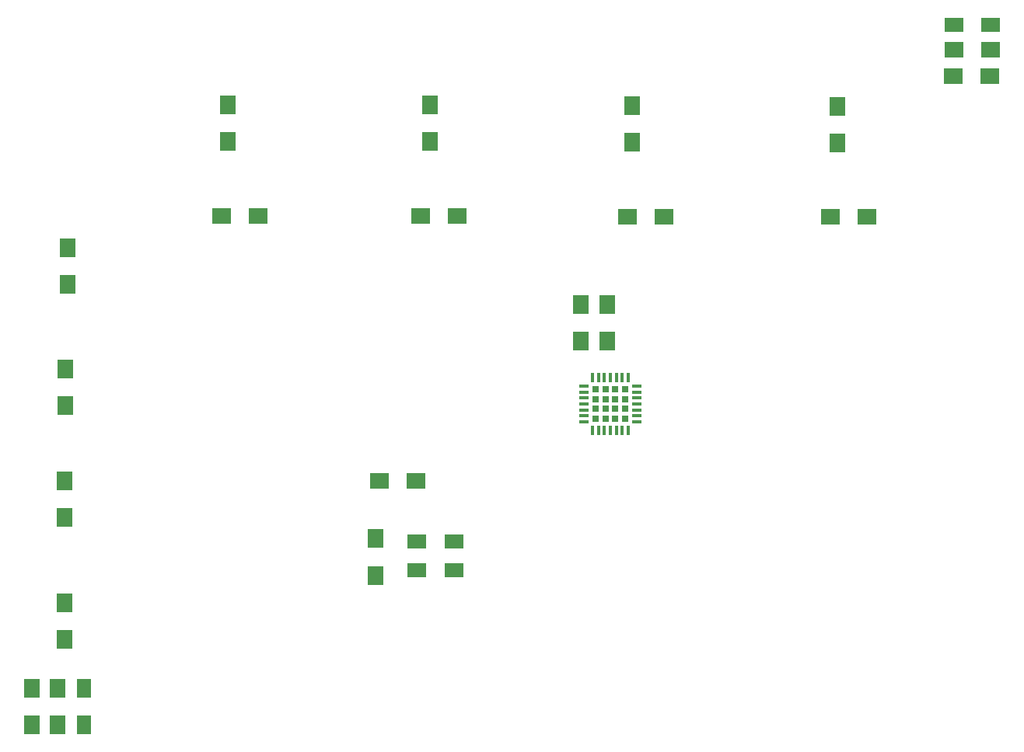
<source format=gbp>
G04 #@! TF.GenerationSoftware,KiCad,Pcbnew,(5.1.2)-2*
G04 #@! TF.CreationDate,2020-05-21T23:00:35-04:00*
G04 #@! TF.ProjectId,MidiControllerPCB,4d696469-436f-46e7-9472-6f6c6c657250,rev?*
G04 #@! TF.SameCoordinates,Original*
G04 #@! TF.FileFunction,Paste,Bot*
G04 #@! TF.FilePolarity,Positive*
%FSLAX46Y46*%
G04 Gerber Fmt 4.6, Leading zero omitted, Abs format (unit mm)*
G04 Created by KiCad (PCBNEW (5.1.2)-2) date 2020-05-21 23:00:35*
%MOMM*%
%LPD*%
G04 APERTURE LIST*
%ADD10R,1.000000X0.370000*%
%ADD11R,0.370000X1.000000*%
%ADD12R,0.637500X0.637500*%
%ADD13R,1.700000X2.000000*%
%ADD14R,2.000000X1.700000*%
%ADD15R,2.000000X1.600000*%
%ADD16R,1.600000X2.000000*%
G04 APERTURE END LIST*
D10*
X161318750Y-101081250D03*
X161318750Y-100431250D03*
X161318750Y-99781250D03*
X161318750Y-99131250D03*
X161318750Y-98481250D03*
X161318750Y-97831250D03*
X161318750Y-97181250D03*
D11*
X162218750Y-96281250D03*
X162868750Y-96281250D03*
X163518750Y-96281250D03*
X164168750Y-96281250D03*
X164818750Y-96281250D03*
X165468750Y-96281250D03*
X166118750Y-96281250D03*
D10*
X167018750Y-97181250D03*
X167018750Y-97831250D03*
X167018750Y-98481250D03*
X167018750Y-99131250D03*
X167018750Y-99781250D03*
X167018750Y-100431250D03*
X167018750Y-101081250D03*
D11*
X166118750Y-101981250D03*
X165468750Y-101981250D03*
X164818750Y-101981250D03*
X164168750Y-101981250D03*
X163518750Y-101981250D03*
X162868750Y-101981250D03*
X162218750Y-101981250D03*
D12*
X165762500Y-97537500D03*
X165762500Y-98600000D03*
X165762500Y-99662500D03*
X165762500Y-100725000D03*
X164700000Y-97537500D03*
X164700000Y-98600000D03*
X164700000Y-99662500D03*
X164700000Y-100725000D03*
X163637500Y-97537500D03*
X163637500Y-98600000D03*
X163637500Y-99662500D03*
X163637500Y-100725000D03*
X162575000Y-97537500D03*
X162575000Y-98600000D03*
X162575000Y-99662500D03*
X162575000Y-100725000D03*
D13*
X163800000Y-88300000D03*
X163800000Y-92300000D03*
X160900000Y-88300000D03*
X160900000Y-92300000D03*
D14*
X143000000Y-107500000D03*
X139000000Y-107500000D03*
D13*
X138600000Y-117800000D03*
X138600000Y-113800000D03*
D14*
X205500000Y-63400000D03*
X201500000Y-63400000D03*
X201560000Y-60505000D03*
X205560000Y-60505000D03*
D13*
X104700000Y-107500000D03*
X104700000Y-111500000D03*
X104700000Y-120800000D03*
X104700000Y-124800000D03*
X105100000Y-82100000D03*
X105100000Y-86100000D03*
X104800000Y-95300000D03*
X104800000Y-99300000D03*
X101200000Y-134100000D03*
X101200000Y-130100000D03*
X104000000Y-130100000D03*
X104000000Y-134100000D03*
X122500000Y-66500000D03*
X122500000Y-70500000D03*
D14*
X125800000Y-78600000D03*
X121800000Y-78600000D03*
D13*
X188900000Y-70700000D03*
X188900000Y-66700000D03*
D14*
X192100000Y-78700000D03*
X188100000Y-78700000D03*
D13*
X144500000Y-70500000D03*
X144500000Y-66500000D03*
D14*
X147500000Y-78600000D03*
X143500000Y-78600000D03*
D13*
X166500000Y-70600000D03*
X166500000Y-66600000D03*
D14*
X170000000Y-78700000D03*
X166000000Y-78700000D03*
D15*
X147100000Y-114100000D03*
X143100000Y-114100000D03*
X147100000Y-117200000D03*
X143100000Y-117200000D03*
X201600000Y-57800000D03*
X205600000Y-57800000D03*
D16*
X106800000Y-130100000D03*
X106800000Y-134100000D03*
M02*

</source>
